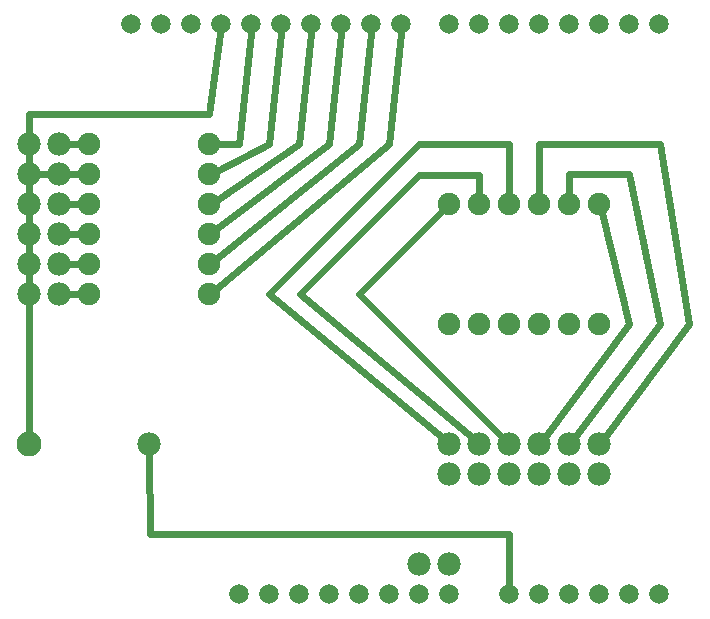
<source format=gtl>
G04 MADE WITH FRITZING*
G04 WWW.FRITZING.ORG*
G04 DOUBLE SIDED*
G04 HOLES PLATED*
G04 CONTOUR ON CENTER OF CONTOUR VECTOR*
%ASAXBY*%
%FSLAX23Y23*%
%MOIN*%
%OFA0B0*%
%SFA1.0B1.0*%
%ADD10C,0.065278*%
%ADD11C,0.075000*%
%ADD12C,0.078000*%
%ADD13C,0.083307*%
%ADD14C,0.024000*%
%LNCOPPER1*%
G90*
G70*
G54D10*
X2099Y110D03*
X2199Y110D03*
X2299Y110D03*
X2399Y110D03*
X2499Y110D03*
X1639Y2010D03*
X1539Y2010D03*
X1439Y2010D03*
X1339Y2010D03*
X1239Y2010D03*
X1139Y2010D03*
X1039Y2010D03*
X939Y2010D03*
X839Y2010D03*
X739Y2010D03*
X2499Y2010D03*
X2399Y2010D03*
X2299Y2010D03*
X2199Y2010D03*
X2099Y2010D03*
X1999Y2010D03*
X1899Y2010D03*
X1799Y2010D03*
X1199Y110D03*
X1099Y110D03*
X1299Y110D03*
X1399Y110D03*
X1499Y110D03*
X1599Y110D03*
X1699Y110D03*
X1799Y110D03*
X1999Y110D03*
G54D11*
X1799Y1010D03*
X1799Y1410D03*
X1899Y1010D03*
X1899Y1410D03*
X1999Y1010D03*
X1999Y1410D03*
X2099Y1010D03*
X2099Y1410D03*
X2199Y1010D03*
X2199Y1410D03*
X2299Y1010D03*
X2299Y1410D03*
X999Y1610D03*
X599Y1610D03*
X999Y1510D03*
X599Y1510D03*
X999Y1410D03*
X599Y1410D03*
X999Y1310D03*
X599Y1310D03*
X999Y1210D03*
X599Y1210D03*
X999Y1110D03*
X599Y1110D03*
G54D12*
X399Y1110D03*
X499Y1110D03*
X399Y1210D03*
X499Y1210D03*
X399Y1310D03*
X499Y1310D03*
X399Y1410D03*
X499Y1410D03*
X399Y1510D03*
X499Y1510D03*
X399Y1610D03*
X499Y1610D03*
X2299Y610D03*
X2299Y510D03*
X2199Y610D03*
X2199Y510D03*
X2099Y610D03*
X2099Y510D03*
X1999Y610D03*
X1999Y510D03*
X1899Y610D03*
X1899Y510D03*
X1799Y610D03*
X1799Y510D03*
G54D13*
X399Y610D03*
G54D12*
X799Y610D03*
X1799Y210D03*
X1699Y210D03*
G54D14*
X1136Y1979D02*
X1099Y1611D01*
D02*
X1099Y1611D02*
X1027Y1611D01*
D02*
X1199Y1611D02*
X1024Y1523D01*
D02*
X1236Y1979D02*
X1199Y1611D01*
D02*
X529Y1610D02*
X570Y1610D01*
D02*
X529Y1510D02*
X570Y1510D01*
D02*
X529Y1410D02*
X570Y1410D01*
D02*
X529Y1310D02*
X570Y1310D01*
D02*
X529Y1210D02*
X570Y1210D01*
D02*
X529Y1110D02*
X570Y1110D01*
D02*
X1299Y1611D02*
X1023Y1426D01*
D02*
X1336Y1979D02*
X1299Y1611D01*
D02*
X1436Y1979D02*
X1398Y1611D01*
D02*
X1398Y1611D02*
X1022Y1328D01*
D02*
X1498Y1611D02*
X1021Y1228D01*
D02*
X1536Y1979D02*
X1498Y1611D01*
D02*
X1598Y1611D02*
X1021Y1129D01*
D02*
X1636Y1979D02*
X1598Y1611D01*
D02*
X399Y1180D02*
X399Y1141D01*
D02*
X399Y1241D02*
X399Y1280D01*
D02*
X399Y1341D02*
X399Y1380D01*
D02*
X399Y1441D02*
X399Y1480D01*
D02*
X399Y1541D02*
X399Y1580D01*
D02*
X399Y1641D02*
X398Y1711D01*
D02*
X999Y1711D02*
X1035Y1979D01*
D02*
X398Y1711D02*
X999Y1711D01*
D02*
X800Y311D02*
X1999Y311D01*
D02*
X1999Y311D02*
X1999Y142D01*
D02*
X799Y580D02*
X800Y311D01*
D02*
X399Y1080D02*
X399Y643D01*
D02*
X2398Y1011D02*
X2117Y635D01*
D02*
X2306Y1383D02*
X2398Y1011D01*
D02*
X2398Y1510D02*
X2500Y1011D01*
D02*
X2198Y1510D02*
X2398Y1510D01*
D02*
X2500Y1011D02*
X2217Y634D01*
D02*
X2199Y1439D02*
X2198Y1510D01*
D02*
X2599Y1011D02*
X2317Y635D01*
D02*
X2500Y1611D02*
X2599Y1011D01*
D02*
X2099Y1611D02*
X2500Y1611D01*
D02*
X2099Y1439D02*
X2099Y1611D01*
D02*
X1199Y1110D02*
X1699Y1610D01*
D02*
X1699Y1610D02*
X1999Y1610D01*
D02*
X1999Y1610D02*
X1999Y1439D01*
D02*
X1776Y630D02*
X1199Y1110D01*
D02*
X1300Y1110D02*
X1699Y1509D01*
D02*
X1699Y1509D02*
X1898Y1509D01*
D02*
X1898Y1509D02*
X1899Y1439D01*
D02*
X1876Y630D02*
X1300Y1110D01*
D02*
X1499Y1110D02*
X1978Y632D01*
D02*
X1779Y1390D02*
X1499Y1110D01*
D02*
X469Y1510D02*
X429Y1510D01*
G04 End of Copper1*
M02*
</source>
